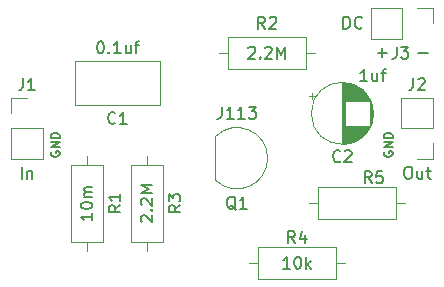
<source format=gbr>
G04 #@! TF.GenerationSoftware,KiCad,Pcbnew,(5.1.2-1)-1*
G04 #@! TF.CreationDate,2019-07-20T09:19:37-07:00*
G04 #@! TF.ProjectId,Buffer,42756666-6572-42e6-9b69-6361645f7063,rev?*
G04 #@! TF.SameCoordinates,Original*
G04 #@! TF.FileFunction,Legend,Top*
G04 #@! TF.FilePolarity,Positive*
%FSLAX46Y46*%
G04 Gerber Fmt 4.6, Leading zero omitted, Abs format (unit mm)*
G04 Created by KiCad (PCBNEW (5.1.2-1)-1) date 2019-07-20 09:19:37*
%MOMM*%
%LPD*%
G04 APERTURE LIST*
%ADD10C,0.127000*%
%ADD11C,0.120000*%
%ADD12C,0.150000*%
G04 APERTURE END LIST*
D10*
X159251952Y-81225571D02*
X160026047Y-81225571D01*
X159639000Y-81612619D02*
X159639000Y-80838523D01*
X162680952Y-81225571D02*
X163455047Y-81225571D01*
X131572000Y-89607571D02*
X131535714Y-89680142D01*
X131535714Y-89789000D01*
X131572000Y-89897857D01*
X131644571Y-89970428D01*
X131717142Y-90006714D01*
X131862285Y-90043000D01*
X131971142Y-90043000D01*
X132116285Y-90006714D01*
X132188857Y-89970428D01*
X132261428Y-89897857D01*
X132297714Y-89789000D01*
X132297714Y-89716428D01*
X132261428Y-89607571D01*
X132225142Y-89571285D01*
X131971142Y-89571285D01*
X131971142Y-89716428D01*
X132297714Y-89244714D02*
X131535714Y-89244714D01*
X132297714Y-88809285D01*
X131535714Y-88809285D01*
X132297714Y-88446428D02*
X131535714Y-88446428D01*
X131535714Y-88265000D01*
X131572000Y-88156142D01*
X131644571Y-88083571D01*
X131717142Y-88047285D01*
X131862285Y-88011000D01*
X131971142Y-88011000D01*
X132116285Y-88047285D01*
X132188857Y-88083571D01*
X132261428Y-88156142D01*
X132297714Y-88265000D01*
X132297714Y-88446428D01*
X159766000Y-89607571D02*
X159729714Y-89680142D01*
X159729714Y-89789000D01*
X159766000Y-89897857D01*
X159838571Y-89970428D01*
X159911142Y-90006714D01*
X160056285Y-90043000D01*
X160165142Y-90043000D01*
X160310285Y-90006714D01*
X160382857Y-89970428D01*
X160455428Y-89897857D01*
X160491714Y-89789000D01*
X160491714Y-89716428D01*
X160455428Y-89607571D01*
X160419142Y-89571285D01*
X160165142Y-89571285D01*
X160165142Y-89716428D01*
X160491714Y-89244714D02*
X159729714Y-89244714D01*
X160491714Y-88809285D01*
X159729714Y-88809285D01*
X160491714Y-88446428D02*
X159729714Y-88446428D01*
X159729714Y-88265000D01*
X159766000Y-88156142D01*
X159838571Y-88083571D01*
X159911142Y-88047285D01*
X160056285Y-88011000D01*
X160165142Y-88011000D01*
X160310285Y-88047285D01*
X160382857Y-88083571D01*
X160455428Y-88156142D01*
X160491714Y-88265000D01*
X160491714Y-88446428D01*
D11*
X163890000Y-77410000D02*
X163890000Y-78740000D01*
X162560000Y-77410000D02*
X163890000Y-77410000D01*
X161290000Y-77410000D02*
X161290000Y-80070000D01*
X161290000Y-80070000D02*
X158690000Y-80070000D01*
X161290000Y-77410000D02*
X158690000Y-77410000D01*
X158690000Y-77410000D02*
X158690000Y-80070000D01*
X153440000Y-93980000D02*
X154210000Y-93980000D01*
X161520000Y-93980000D02*
X160750000Y-93980000D01*
X154210000Y-95350000D02*
X160750000Y-95350000D01*
X154210000Y-92610000D02*
X154210000Y-95350000D01*
X160750000Y-92610000D02*
X154210000Y-92610000D01*
X160750000Y-95350000D02*
X160750000Y-92610000D01*
X156440000Y-99060000D02*
X155670000Y-99060000D01*
X148360000Y-99060000D02*
X149130000Y-99060000D01*
X155670000Y-97690000D02*
X149130000Y-97690000D01*
X155670000Y-100430000D02*
X155670000Y-97690000D01*
X149130000Y-100430000D02*
X155670000Y-100430000D01*
X149130000Y-97690000D02*
X149130000Y-100430000D01*
X139700000Y-98020000D02*
X139700000Y-97250000D01*
X139700000Y-89940000D02*
X139700000Y-90710000D01*
X141070000Y-97250000D02*
X141070000Y-90710000D01*
X138330000Y-97250000D02*
X141070000Y-97250000D01*
X138330000Y-90710000D02*
X138330000Y-97250000D01*
X141070000Y-90710000D02*
X138330000Y-90710000D01*
X145820000Y-81280000D02*
X146590000Y-81280000D01*
X153900000Y-81280000D02*
X153130000Y-81280000D01*
X146590000Y-82650000D02*
X153130000Y-82650000D01*
X146590000Y-79910000D02*
X146590000Y-82650000D01*
X153130000Y-79910000D02*
X146590000Y-79910000D01*
X153130000Y-82650000D02*
X153130000Y-79910000D01*
X134620000Y-98020000D02*
X134620000Y-97250000D01*
X134620000Y-89940000D02*
X134620000Y-90710000D01*
X135990000Y-97250000D02*
X135990000Y-90710000D01*
X133250000Y-97250000D02*
X135990000Y-97250000D01*
X133250000Y-90710000D02*
X133250000Y-97250000D01*
X135990000Y-90710000D02*
X133250000Y-90710000D01*
X145481522Y-92008478D02*
G75*
G03X149920000Y-90170000I1838478J1838478D01*
G01*
X145481522Y-88331522D02*
G75*
G02X149920000Y-90170000I1838478J-1838478D01*
G01*
X145470000Y-88370000D02*
X145470000Y-91970000D01*
X163890000Y-90230000D02*
X162560000Y-90230000D01*
X163890000Y-88900000D02*
X163890000Y-90230000D01*
X163890000Y-87630000D02*
X161230000Y-87630000D01*
X161230000Y-87630000D02*
X161230000Y-85030000D01*
X163890000Y-87630000D02*
X163890000Y-85030000D01*
X163890000Y-85030000D02*
X161230000Y-85030000D01*
X128210000Y-85030000D02*
X129540000Y-85030000D01*
X128210000Y-86360000D02*
X128210000Y-85030000D01*
X128210000Y-87630000D02*
X130870000Y-87630000D01*
X130870000Y-87630000D02*
X130870000Y-90230000D01*
X128210000Y-87630000D02*
X128210000Y-90230000D01*
X128210000Y-90230000D02*
X130870000Y-90230000D01*
X153675225Y-84635000D02*
X153675225Y-85135000D01*
X153425225Y-84885000D02*
X153925225Y-84885000D01*
X158831000Y-86076000D02*
X158831000Y-86644000D01*
X158791000Y-85842000D02*
X158791000Y-86878000D01*
X158751000Y-85683000D02*
X158751000Y-87037000D01*
X158711000Y-85555000D02*
X158711000Y-87165000D01*
X158671000Y-85445000D02*
X158671000Y-87275000D01*
X158631000Y-85349000D02*
X158631000Y-87371000D01*
X158591000Y-85262000D02*
X158591000Y-87458000D01*
X158551000Y-85182000D02*
X158551000Y-87538000D01*
X158511000Y-87400000D02*
X158511000Y-87611000D01*
X158511000Y-85109000D02*
X158511000Y-85320000D01*
X158471000Y-87400000D02*
X158471000Y-87679000D01*
X158471000Y-85041000D02*
X158471000Y-85320000D01*
X158431000Y-87400000D02*
X158431000Y-87743000D01*
X158431000Y-84977000D02*
X158431000Y-85320000D01*
X158391000Y-87400000D02*
X158391000Y-87803000D01*
X158391000Y-84917000D02*
X158391000Y-85320000D01*
X158351000Y-87400000D02*
X158351000Y-87860000D01*
X158351000Y-84860000D02*
X158351000Y-85320000D01*
X158311000Y-87400000D02*
X158311000Y-87914000D01*
X158311000Y-84806000D02*
X158311000Y-85320000D01*
X158271000Y-87400000D02*
X158271000Y-87965000D01*
X158271000Y-84755000D02*
X158271000Y-85320000D01*
X158231000Y-87400000D02*
X158231000Y-88013000D01*
X158231000Y-84707000D02*
X158231000Y-85320000D01*
X158191000Y-87400000D02*
X158191000Y-88059000D01*
X158191000Y-84661000D02*
X158191000Y-85320000D01*
X158151000Y-87400000D02*
X158151000Y-88103000D01*
X158151000Y-84617000D02*
X158151000Y-85320000D01*
X158111000Y-87400000D02*
X158111000Y-88145000D01*
X158111000Y-84575000D02*
X158111000Y-85320000D01*
X158071000Y-87400000D02*
X158071000Y-88186000D01*
X158071000Y-84534000D02*
X158071000Y-85320000D01*
X158031000Y-87400000D02*
X158031000Y-88224000D01*
X158031000Y-84496000D02*
X158031000Y-85320000D01*
X157991000Y-87400000D02*
X157991000Y-88261000D01*
X157991000Y-84459000D02*
X157991000Y-85320000D01*
X157951000Y-87400000D02*
X157951000Y-88297000D01*
X157951000Y-84423000D02*
X157951000Y-85320000D01*
X157911000Y-87400000D02*
X157911000Y-88331000D01*
X157911000Y-84389000D02*
X157911000Y-85320000D01*
X157871000Y-87400000D02*
X157871000Y-88364000D01*
X157871000Y-84356000D02*
X157871000Y-85320000D01*
X157831000Y-87400000D02*
X157831000Y-88395000D01*
X157831000Y-84325000D02*
X157831000Y-85320000D01*
X157791000Y-87400000D02*
X157791000Y-88425000D01*
X157791000Y-84295000D02*
X157791000Y-85320000D01*
X157751000Y-87400000D02*
X157751000Y-88455000D01*
X157751000Y-84265000D02*
X157751000Y-85320000D01*
X157711000Y-87400000D02*
X157711000Y-88482000D01*
X157711000Y-84238000D02*
X157711000Y-85320000D01*
X157671000Y-87400000D02*
X157671000Y-88509000D01*
X157671000Y-84211000D02*
X157671000Y-85320000D01*
X157631000Y-87400000D02*
X157631000Y-88535000D01*
X157631000Y-84185000D02*
X157631000Y-85320000D01*
X157591000Y-87400000D02*
X157591000Y-88560000D01*
X157591000Y-84160000D02*
X157591000Y-85320000D01*
X157551000Y-87400000D02*
X157551000Y-88584000D01*
X157551000Y-84136000D02*
X157551000Y-85320000D01*
X157511000Y-87400000D02*
X157511000Y-88607000D01*
X157511000Y-84113000D02*
X157511000Y-85320000D01*
X157471000Y-87400000D02*
X157471000Y-88628000D01*
X157471000Y-84092000D02*
X157471000Y-85320000D01*
X157431000Y-87400000D02*
X157431000Y-88650000D01*
X157431000Y-84070000D02*
X157431000Y-85320000D01*
X157391000Y-87400000D02*
X157391000Y-88670000D01*
X157391000Y-84050000D02*
X157391000Y-85320000D01*
X157351000Y-87400000D02*
X157351000Y-88689000D01*
X157351000Y-84031000D02*
X157351000Y-85320000D01*
X157311000Y-87400000D02*
X157311000Y-88708000D01*
X157311000Y-84012000D02*
X157311000Y-85320000D01*
X157271000Y-87400000D02*
X157271000Y-88725000D01*
X157271000Y-83995000D02*
X157271000Y-85320000D01*
X157231000Y-87400000D02*
X157231000Y-88742000D01*
X157231000Y-83978000D02*
X157231000Y-85320000D01*
X157191000Y-87400000D02*
X157191000Y-88758000D01*
X157191000Y-83962000D02*
X157191000Y-85320000D01*
X157151000Y-87400000D02*
X157151000Y-88774000D01*
X157151000Y-83946000D02*
X157151000Y-85320000D01*
X157111000Y-87400000D02*
X157111000Y-88788000D01*
X157111000Y-83932000D02*
X157111000Y-85320000D01*
X157071000Y-87400000D02*
X157071000Y-88802000D01*
X157071000Y-83918000D02*
X157071000Y-85320000D01*
X157031000Y-87400000D02*
X157031000Y-88815000D01*
X157031000Y-83905000D02*
X157031000Y-85320000D01*
X156991000Y-87400000D02*
X156991000Y-88828000D01*
X156991000Y-83892000D02*
X156991000Y-85320000D01*
X156951000Y-87400000D02*
X156951000Y-88840000D01*
X156951000Y-83880000D02*
X156951000Y-85320000D01*
X156910000Y-87400000D02*
X156910000Y-88851000D01*
X156910000Y-83869000D02*
X156910000Y-85320000D01*
X156870000Y-87400000D02*
X156870000Y-88861000D01*
X156870000Y-83859000D02*
X156870000Y-85320000D01*
X156830000Y-87400000D02*
X156830000Y-88871000D01*
X156830000Y-83849000D02*
X156830000Y-85320000D01*
X156790000Y-87400000D02*
X156790000Y-88880000D01*
X156790000Y-83840000D02*
X156790000Y-85320000D01*
X156750000Y-87400000D02*
X156750000Y-88888000D01*
X156750000Y-83832000D02*
X156750000Y-85320000D01*
X156710000Y-87400000D02*
X156710000Y-88896000D01*
X156710000Y-83824000D02*
X156710000Y-85320000D01*
X156670000Y-87400000D02*
X156670000Y-88903000D01*
X156670000Y-83817000D02*
X156670000Y-85320000D01*
X156630000Y-87400000D02*
X156630000Y-88910000D01*
X156630000Y-83810000D02*
X156630000Y-85320000D01*
X156590000Y-87400000D02*
X156590000Y-88916000D01*
X156590000Y-83804000D02*
X156590000Y-85320000D01*
X156550000Y-87400000D02*
X156550000Y-88921000D01*
X156550000Y-83799000D02*
X156550000Y-85320000D01*
X156510000Y-87400000D02*
X156510000Y-88925000D01*
X156510000Y-83795000D02*
X156510000Y-85320000D01*
X156470000Y-87400000D02*
X156470000Y-88929000D01*
X156470000Y-83791000D02*
X156470000Y-85320000D01*
X156430000Y-83787000D02*
X156430000Y-88933000D01*
X156390000Y-83784000D02*
X156390000Y-88936000D01*
X156350000Y-83782000D02*
X156350000Y-88938000D01*
X156310000Y-83781000D02*
X156310000Y-88939000D01*
X156270000Y-83780000D02*
X156270000Y-88940000D01*
X156230000Y-83780000D02*
X156230000Y-88940000D01*
X158850000Y-86360000D02*
G75*
G03X158850000Y-86360000I-2620000J0D01*
G01*
X133580000Y-85690000D02*
X133580000Y-81950000D01*
X140820000Y-85690000D02*
X140820000Y-81950000D01*
X140820000Y-81950000D02*
X133580000Y-81950000D01*
X140820000Y-85690000D02*
X133580000Y-85690000D01*
D12*
X160829666Y-80732380D02*
X160829666Y-81446666D01*
X160782047Y-81589523D01*
X160686809Y-81684761D01*
X160543952Y-81732380D01*
X160448714Y-81732380D01*
X161210619Y-80732380D02*
X161829666Y-80732380D01*
X161496333Y-81113333D01*
X161639190Y-81113333D01*
X161734428Y-81160952D01*
X161782047Y-81208571D01*
X161829666Y-81303809D01*
X161829666Y-81541904D01*
X161782047Y-81637142D01*
X161734428Y-81684761D01*
X161639190Y-81732380D01*
X161353476Y-81732380D01*
X161258238Y-81684761D01*
X161210619Y-81637142D01*
X156337095Y-79192380D02*
X156337095Y-78192380D01*
X156575190Y-78192380D01*
X156718047Y-78240000D01*
X156813285Y-78335238D01*
X156860904Y-78430476D01*
X156908523Y-78620952D01*
X156908523Y-78763809D01*
X156860904Y-78954285D01*
X156813285Y-79049523D01*
X156718047Y-79144761D01*
X156575190Y-79192380D01*
X156337095Y-79192380D01*
X157908523Y-79097142D02*
X157860904Y-79144761D01*
X157718047Y-79192380D01*
X157622809Y-79192380D01*
X157479952Y-79144761D01*
X157384714Y-79049523D01*
X157337095Y-78954285D01*
X157289476Y-78763809D01*
X157289476Y-78620952D01*
X157337095Y-78430476D01*
X157384714Y-78335238D01*
X157479952Y-78240000D01*
X157622809Y-78192380D01*
X157718047Y-78192380D01*
X157860904Y-78240000D01*
X157908523Y-78287619D01*
X158710333Y-92273380D02*
X158377000Y-91797190D01*
X158138904Y-92273380D02*
X158138904Y-91273380D01*
X158519857Y-91273380D01*
X158615095Y-91321000D01*
X158662714Y-91368619D01*
X158710333Y-91463857D01*
X158710333Y-91606714D01*
X158662714Y-91701952D01*
X158615095Y-91749571D01*
X158519857Y-91797190D01*
X158138904Y-91797190D01*
X159615095Y-91273380D02*
X159138904Y-91273380D01*
X159091285Y-91749571D01*
X159138904Y-91701952D01*
X159234142Y-91654333D01*
X159472238Y-91654333D01*
X159567476Y-91701952D01*
X159615095Y-91749571D01*
X159662714Y-91844809D01*
X159662714Y-92082904D01*
X159615095Y-92178142D01*
X159567476Y-92225761D01*
X159472238Y-92273380D01*
X159234142Y-92273380D01*
X159138904Y-92225761D01*
X159091285Y-92178142D01*
X152233333Y-97353380D02*
X151900000Y-96877190D01*
X151661904Y-97353380D02*
X151661904Y-96353380D01*
X152042857Y-96353380D01*
X152138095Y-96401000D01*
X152185714Y-96448619D01*
X152233333Y-96543857D01*
X152233333Y-96686714D01*
X152185714Y-96781952D01*
X152138095Y-96829571D01*
X152042857Y-96877190D01*
X151661904Y-96877190D01*
X153090476Y-96686714D02*
X153090476Y-97353380D01*
X152852380Y-96305761D02*
X152614285Y-97020047D01*
X153233333Y-97020047D01*
X151804761Y-99512380D02*
X151233333Y-99512380D01*
X151519047Y-99512380D02*
X151519047Y-98512380D01*
X151423809Y-98655238D01*
X151328571Y-98750476D01*
X151233333Y-98798095D01*
X152423809Y-98512380D02*
X152519047Y-98512380D01*
X152614285Y-98560000D01*
X152661904Y-98607619D01*
X152709523Y-98702857D01*
X152757142Y-98893333D01*
X152757142Y-99131428D01*
X152709523Y-99321904D01*
X152661904Y-99417142D01*
X152614285Y-99464761D01*
X152519047Y-99512380D01*
X152423809Y-99512380D01*
X152328571Y-99464761D01*
X152280952Y-99417142D01*
X152233333Y-99321904D01*
X152185714Y-99131428D01*
X152185714Y-98893333D01*
X152233333Y-98702857D01*
X152280952Y-98607619D01*
X152328571Y-98560000D01*
X152423809Y-98512380D01*
X153185714Y-99512380D02*
X153185714Y-98512380D01*
X153280952Y-99131428D02*
X153566666Y-99512380D01*
X153566666Y-98845714D02*
X153185714Y-99226666D01*
X142522380Y-94146666D02*
X142046190Y-94480000D01*
X142522380Y-94718095D02*
X141522380Y-94718095D01*
X141522380Y-94337142D01*
X141570000Y-94241904D01*
X141617619Y-94194285D01*
X141712857Y-94146666D01*
X141855714Y-94146666D01*
X141950952Y-94194285D01*
X141998571Y-94241904D01*
X142046190Y-94337142D01*
X142046190Y-94718095D01*
X141522380Y-93813333D02*
X141522380Y-93194285D01*
X141903333Y-93527619D01*
X141903333Y-93384761D01*
X141950952Y-93289523D01*
X141998571Y-93241904D01*
X142093809Y-93194285D01*
X142331904Y-93194285D01*
X142427142Y-93241904D01*
X142474761Y-93289523D01*
X142522380Y-93384761D01*
X142522380Y-93670476D01*
X142474761Y-93765714D01*
X142427142Y-93813333D01*
X139247619Y-95551428D02*
X139200000Y-95503809D01*
X139152380Y-95408571D01*
X139152380Y-95170476D01*
X139200000Y-95075238D01*
X139247619Y-95027619D01*
X139342857Y-94980000D01*
X139438095Y-94980000D01*
X139580952Y-95027619D01*
X140152380Y-95599047D01*
X140152380Y-94980000D01*
X140057142Y-94551428D02*
X140104761Y-94503809D01*
X140152380Y-94551428D01*
X140104761Y-94599047D01*
X140057142Y-94551428D01*
X140152380Y-94551428D01*
X139247619Y-94122857D02*
X139200000Y-94075238D01*
X139152380Y-93980000D01*
X139152380Y-93741904D01*
X139200000Y-93646666D01*
X139247619Y-93599047D01*
X139342857Y-93551428D01*
X139438095Y-93551428D01*
X139580952Y-93599047D01*
X140152380Y-94170476D01*
X140152380Y-93551428D01*
X140152380Y-93122857D02*
X139152380Y-93122857D01*
X139866666Y-92789523D01*
X139152380Y-92456190D01*
X140152380Y-92456190D01*
X149693333Y-79192380D02*
X149360000Y-78716190D01*
X149121904Y-79192380D02*
X149121904Y-78192380D01*
X149502857Y-78192380D01*
X149598095Y-78240000D01*
X149645714Y-78287619D01*
X149693333Y-78382857D01*
X149693333Y-78525714D01*
X149645714Y-78620952D01*
X149598095Y-78668571D01*
X149502857Y-78716190D01*
X149121904Y-78716190D01*
X150074285Y-78287619D02*
X150121904Y-78240000D01*
X150217142Y-78192380D01*
X150455238Y-78192380D01*
X150550476Y-78240000D01*
X150598095Y-78287619D01*
X150645714Y-78382857D01*
X150645714Y-78478095D01*
X150598095Y-78620952D01*
X150026666Y-79192380D01*
X150645714Y-79192380D01*
X148288571Y-80827619D02*
X148336190Y-80780000D01*
X148431428Y-80732380D01*
X148669523Y-80732380D01*
X148764761Y-80780000D01*
X148812380Y-80827619D01*
X148860000Y-80922857D01*
X148860000Y-81018095D01*
X148812380Y-81160952D01*
X148240952Y-81732380D01*
X148860000Y-81732380D01*
X149288571Y-81637142D02*
X149336190Y-81684761D01*
X149288571Y-81732380D01*
X149240952Y-81684761D01*
X149288571Y-81637142D01*
X149288571Y-81732380D01*
X149717142Y-80827619D02*
X149764761Y-80780000D01*
X149860000Y-80732380D01*
X150098095Y-80732380D01*
X150193333Y-80780000D01*
X150240952Y-80827619D01*
X150288571Y-80922857D01*
X150288571Y-81018095D01*
X150240952Y-81160952D01*
X149669523Y-81732380D01*
X150288571Y-81732380D01*
X150717142Y-81732380D02*
X150717142Y-80732380D01*
X151050476Y-81446666D01*
X151383809Y-80732380D01*
X151383809Y-81732380D01*
X137442380Y-94146666D02*
X136966190Y-94480000D01*
X137442380Y-94718095D02*
X136442380Y-94718095D01*
X136442380Y-94337142D01*
X136490000Y-94241904D01*
X136537619Y-94194285D01*
X136632857Y-94146666D01*
X136775714Y-94146666D01*
X136870952Y-94194285D01*
X136918571Y-94241904D01*
X136966190Y-94337142D01*
X136966190Y-94718095D01*
X137442380Y-93194285D02*
X137442380Y-93765714D01*
X137442380Y-93480000D02*
X136442380Y-93480000D01*
X136585238Y-93575238D01*
X136680476Y-93670476D01*
X136728095Y-93765714D01*
X135072380Y-94837142D02*
X135072380Y-95408571D01*
X135072380Y-95122857D02*
X134072380Y-95122857D01*
X134215238Y-95218095D01*
X134310476Y-95313333D01*
X134358095Y-95408571D01*
X134072380Y-94218095D02*
X134072380Y-94122857D01*
X134120000Y-94027619D01*
X134167619Y-93980000D01*
X134262857Y-93932380D01*
X134453333Y-93884761D01*
X134691428Y-93884761D01*
X134881904Y-93932380D01*
X134977142Y-93980000D01*
X135024761Y-94027619D01*
X135072380Y-94122857D01*
X135072380Y-94218095D01*
X135024761Y-94313333D01*
X134977142Y-94360952D01*
X134881904Y-94408571D01*
X134691428Y-94456190D01*
X134453333Y-94456190D01*
X134262857Y-94408571D01*
X134167619Y-94360952D01*
X134120000Y-94313333D01*
X134072380Y-94218095D01*
X135072380Y-93456190D02*
X134405714Y-93456190D01*
X134500952Y-93456190D02*
X134453333Y-93408571D01*
X134405714Y-93313333D01*
X134405714Y-93170476D01*
X134453333Y-93075238D01*
X134548571Y-93027619D01*
X135072380Y-93027619D01*
X134548571Y-93027619D02*
X134453333Y-92980000D01*
X134405714Y-92884761D01*
X134405714Y-92741904D01*
X134453333Y-92646666D01*
X134548571Y-92599047D01*
X135072380Y-92599047D01*
X147224761Y-94527619D02*
X147129523Y-94480000D01*
X147034285Y-94384761D01*
X146891428Y-94241904D01*
X146796190Y-94194285D01*
X146700952Y-94194285D01*
X146748571Y-94432380D02*
X146653333Y-94384761D01*
X146558095Y-94289523D01*
X146510476Y-94099047D01*
X146510476Y-93765714D01*
X146558095Y-93575238D01*
X146653333Y-93480000D01*
X146748571Y-93432380D01*
X146939047Y-93432380D01*
X147034285Y-93480000D01*
X147129523Y-93575238D01*
X147177142Y-93765714D01*
X147177142Y-94099047D01*
X147129523Y-94289523D01*
X147034285Y-94384761D01*
X146939047Y-94432380D01*
X146748571Y-94432380D01*
X148129523Y-94432380D02*
X147558095Y-94432380D01*
X147843809Y-94432380D02*
X147843809Y-93432380D01*
X147748571Y-93575238D01*
X147653333Y-93670476D01*
X147558095Y-93718095D01*
X146034285Y-85812380D02*
X146034285Y-86526666D01*
X145986666Y-86669523D01*
X145891428Y-86764761D01*
X145748571Y-86812380D01*
X145653333Y-86812380D01*
X147034285Y-86812380D02*
X146462857Y-86812380D01*
X146748571Y-86812380D02*
X146748571Y-85812380D01*
X146653333Y-85955238D01*
X146558095Y-86050476D01*
X146462857Y-86098095D01*
X147986666Y-86812380D02*
X147415238Y-86812380D01*
X147700952Y-86812380D02*
X147700952Y-85812380D01*
X147605714Y-85955238D01*
X147510476Y-86050476D01*
X147415238Y-86098095D01*
X148320000Y-85812380D02*
X148939047Y-85812380D01*
X148605714Y-86193333D01*
X148748571Y-86193333D01*
X148843809Y-86240952D01*
X148891428Y-86288571D01*
X148939047Y-86383809D01*
X148939047Y-86621904D01*
X148891428Y-86717142D01*
X148843809Y-86764761D01*
X148748571Y-86812380D01*
X148462857Y-86812380D01*
X148367619Y-86764761D01*
X148320000Y-86717142D01*
X162226666Y-83399380D02*
X162226666Y-84113666D01*
X162179047Y-84256523D01*
X162083809Y-84351761D01*
X161940952Y-84399380D01*
X161845714Y-84399380D01*
X162655238Y-83494619D02*
X162702857Y-83447000D01*
X162798095Y-83399380D01*
X163036190Y-83399380D01*
X163131428Y-83447000D01*
X163179047Y-83494619D01*
X163226666Y-83589857D01*
X163226666Y-83685095D01*
X163179047Y-83827952D01*
X162607619Y-84399380D01*
X163226666Y-84399380D01*
X161726666Y-90892380D02*
X161917142Y-90892380D01*
X162012380Y-90940000D01*
X162107619Y-91035238D01*
X162155238Y-91225714D01*
X162155238Y-91559047D01*
X162107619Y-91749523D01*
X162012380Y-91844761D01*
X161917142Y-91892380D01*
X161726666Y-91892380D01*
X161631428Y-91844761D01*
X161536190Y-91749523D01*
X161488571Y-91559047D01*
X161488571Y-91225714D01*
X161536190Y-91035238D01*
X161631428Y-90940000D01*
X161726666Y-90892380D01*
X163012380Y-91225714D02*
X163012380Y-91892380D01*
X162583809Y-91225714D02*
X162583809Y-91749523D01*
X162631428Y-91844761D01*
X162726666Y-91892380D01*
X162869523Y-91892380D01*
X162964761Y-91844761D01*
X163012380Y-91797142D01*
X163345714Y-91225714D02*
X163726666Y-91225714D01*
X163488571Y-90892380D02*
X163488571Y-91749523D01*
X163536190Y-91844761D01*
X163631428Y-91892380D01*
X163726666Y-91892380D01*
X129206666Y-83399380D02*
X129206666Y-84113666D01*
X129159047Y-84256523D01*
X129063809Y-84351761D01*
X128920952Y-84399380D01*
X128825714Y-84399380D01*
X130206666Y-84399380D02*
X129635238Y-84399380D01*
X129920952Y-84399380D02*
X129920952Y-83399380D01*
X129825714Y-83542238D01*
X129730476Y-83637476D01*
X129635238Y-83685095D01*
X129087619Y-91892380D02*
X129087619Y-90892380D01*
X129563809Y-91225714D02*
X129563809Y-91892380D01*
X129563809Y-91320952D02*
X129611428Y-91273333D01*
X129706666Y-91225714D01*
X129849523Y-91225714D01*
X129944761Y-91273333D01*
X129992380Y-91368571D01*
X129992380Y-91892380D01*
X156063333Y-90400142D02*
X156015714Y-90447761D01*
X155872857Y-90495380D01*
X155777619Y-90495380D01*
X155634761Y-90447761D01*
X155539523Y-90352523D01*
X155491904Y-90257285D01*
X155444285Y-90066809D01*
X155444285Y-89923952D01*
X155491904Y-89733476D01*
X155539523Y-89638238D01*
X155634761Y-89543000D01*
X155777619Y-89495380D01*
X155872857Y-89495380D01*
X156015714Y-89543000D01*
X156063333Y-89590619D01*
X156444285Y-89590619D02*
X156491904Y-89543000D01*
X156587142Y-89495380D01*
X156825238Y-89495380D01*
X156920476Y-89543000D01*
X156968095Y-89590619D01*
X157015714Y-89685857D01*
X157015714Y-89781095D01*
X156968095Y-89923952D01*
X156396666Y-90495380D01*
X157015714Y-90495380D01*
X158337619Y-83637380D02*
X157766190Y-83637380D01*
X158051904Y-83637380D02*
X158051904Y-82637380D01*
X157956666Y-82780238D01*
X157861428Y-82875476D01*
X157766190Y-82923095D01*
X159194761Y-82970714D02*
X159194761Y-83637380D01*
X158766190Y-82970714D02*
X158766190Y-83494523D01*
X158813809Y-83589761D01*
X158909047Y-83637380D01*
X159051904Y-83637380D01*
X159147142Y-83589761D01*
X159194761Y-83542142D01*
X159528095Y-82970714D02*
X159909047Y-82970714D01*
X159670952Y-83637380D02*
X159670952Y-82780238D01*
X159718571Y-82685000D01*
X159813809Y-82637380D01*
X159909047Y-82637380D01*
X137033333Y-87177142D02*
X136985714Y-87224761D01*
X136842857Y-87272380D01*
X136747619Y-87272380D01*
X136604761Y-87224761D01*
X136509523Y-87129523D01*
X136461904Y-87034285D01*
X136414285Y-86843809D01*
X136414285Y-86700952D01*
X136461904Y-86510476D01*
X136509523Y-86415238D01*
X136604761Y-86320000D01*
X136747619Y-86272380D01*
X136842857Y-86272380D01*
X136985714Y-86320000D01*
X137033333Y-86367619D01*
X137985714Y-87272380D02*
X137414285Y-87272380D01*
X137700000Y-87272380D02*
X137700000Y-86272380D01*
X137604761Y-86415238D01*
X137509523Y-86510476D01*
X137414285Y-86558095D01*
X135700000Y-80272380D02*
X135795238Y-80272380D01*
X135890476Y-80320000D01*
X135938095Y-80367619D01*
X135985714Y-80462857D01*
X136033333Y-80653333D01*
X136033333Y-80891428D01*
X135985714Y-81081904D01*
X135938095Y-81177142D01*
X135890476Y-81224761D01*
X135795238Y-81272380D01*
X135700000Y-81272380D01*
X135604761Y-81224761D01*
X135557142Y-81177142D01*
X135509523Y-81081904D01*
X135461904Y-80891428D01*
X135461904Y-80653333D01*
X135509523Y-80462857D01*
X135557142Y-80367619D01*
X135604761Y-80320000D01*
X135700000Y-80272380D01*
X136461904Y-81177142D02*
X136509523Y-81224761D01*
X136461904Y-81272380D01*
X136414285Y-81224761D01*
X136461904Y-81177142D01*
X136461904Y-81272380D01*
X137461904Y-81272380D02*
X136890476Y-81272380D01*
X137176190Y-81272380D02*
X137176190Y-80272380D01*
X137080952Y-80415238D01*
X136985714Y-80510476D01*
X136890476Y-80558095D01*
X138319047Y-80605714D02*
X138319047Y-81272380D01*
X137890476Y-80605714D02*
X137890476Y-81129523D01*
X137938095Y-81224761D01*
X138033333Y-81272380D01*
X138176190Y-81272380D01*
X138271428Y-81224761D01*
X138319047Y-81177142D01*
X138652380Y-80605714D02*
X139033333Y-80605714D01*
X138795238Y-81272380D02*
X138795238Y-80415238D01*
X138842857Y-80320000D01*
X138938095Y-80272380D01*
X139033333Y-80272380D01*
M02*

</source>
